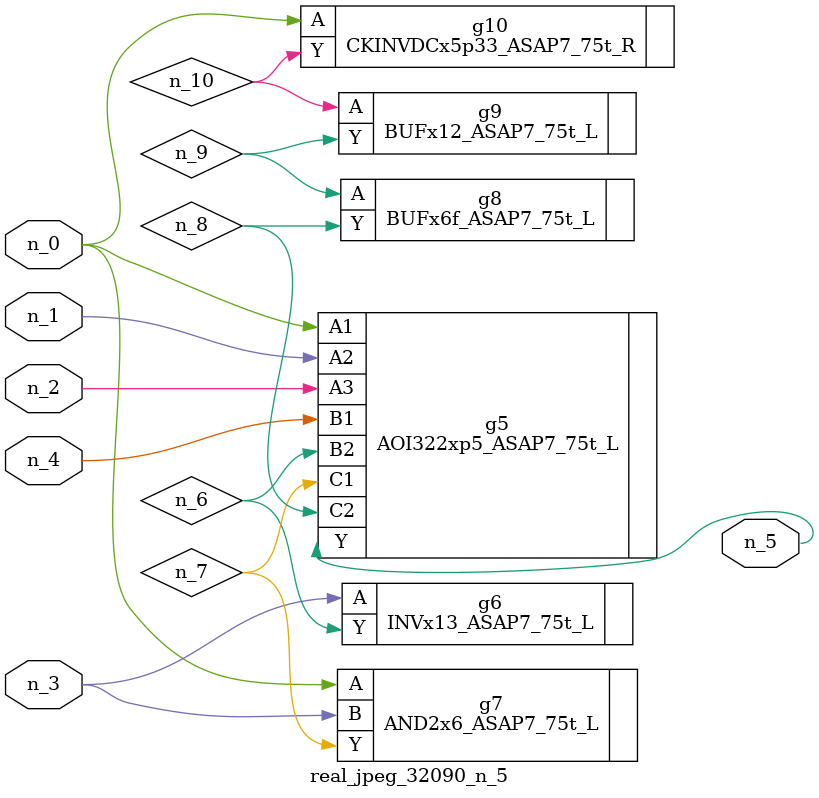
<source format=v>
module real_jpeg_32090_n_5 (n_4, n_0, n_1, n_2, n_3, n_5);

input n_4;
input n_0;
input n_1;
input n_2;
input n_3;

output n_5;

wire n_8;
wire n_6;
wire n_7;
wire n_10;
wire n_9;

AOI322xp5_ASAP7_75t_L g5 ( 
.A1(n_0),
.A2(n_1),
.A3(n_2),
.B1(n_4),
.B2(n_6),
.C1(n_7),
.C2(n_8),
.Y(n_5)
);

AND2x6_ASAP7_75t_L g7 ( 
.A(n_0),
.B(n_3),
.Y(n_7)
);

CKINVDCx5p33_ASAP7_75t_R g10 ( 
.A(n_0),
.Y(n_10)
);

INVx13_ASAP7_75t_L g6 ( 
.A(n_3),
.Y(n_6)
);

BUFx6f_ASAP7_75t_L g8 ( 
.A(n_9),
.Y(n_8)
);

BUFx12_ASAP7_75t_L g9 ( 
.A(n_10),
.Y(n_9)
);


endmodule
</source>
